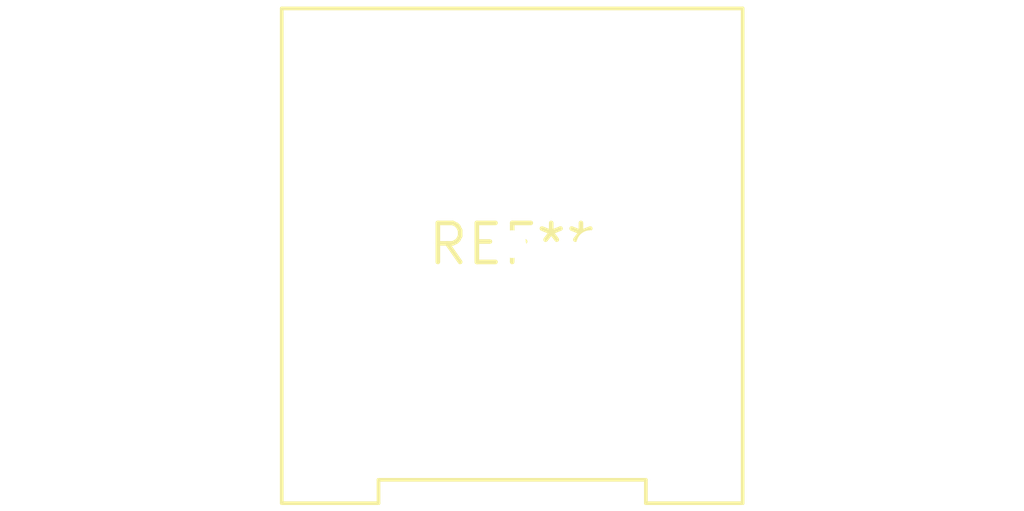
<source format=kicad_pcb>
(kicad_pcb (version 20240108) (generator pcbnew)
  (layers (0 "F.Cu" signal) (31 "B.Cu" signal) (34 "B.Paste" user) (35 "F.Paste" user) (36 "B.SilkS" user "B.Silkscreen") (37 "F.SilkS" user "F.Silkscreen") (38 "B.Mask" user) (39 "F.Mask" user) (44 "Edge.Cuts" user))
  (net 0 "")
  (footprint "BNC_Amphenol_031-5539_Vertical" (layer "F.Cu") (at 0 0)
    (property "Reference" "REF**")
    (property "Value" "BNC_Amphenol_031-5539_Vertical")
    (fp_line (start -7.5 -7.67) (end 7.5 -7.67) (layer "F.SilkS") (stroke (width 0.12)))
    (fp_line (start -7.5 8.43) (end -7.5 -7.67) (layer "F.SilkS") (stroke (width 0.12)))
    (fp_line (start -4.35 7.67) (end -4.35 8.43) (layer "F.SilkS") (stroke (width 0.12)))
    (fp_line (start -4.35 8.43) (end -7.5 8.43) (layer "F.SilkS") (stroke (width 0.12)))
    (fp_line (start 4.35 7.67) (end -4.35 7.67) (layer "F.SilkS") (stroke (width 0.12)))
    (fp_line (start 4.35 8.43) (end 4.35 7.67) (layer "F.SilkS") (stroke (width 0.12)))
    (fp_line (start 7.5 -7.67) (end 7.5 8.43) (layer "F.SilkS") (stroke (width 0.12)))
    (fp_line (start 7.5 8.43) (end 4.35 8.43) (layer "F.SilkS") (stroke (width 0.12)))
    (pad "" thru_hole circle (at -5.08 5.08 180) (size 4 4) (drill 2) (layers *.Cu *.Mask) (remove_unused_layers))
    (pad "" thru_hole circle (at 5.08 -5.08 180) (size 4 4) (drill 2) (layers *.Cu *.Mask) (remove_unused_layers))
    (pad "1" thru_hole roundrect (at 0 0 180) (size 1.6 1.6) (drill 0.9) (layers *.Cu *.Mask) (remove_unused_layers))
    (pad "2" thru_hole circle (at 2.54 0 180) (size 1.6 1.6) (drill 0.9) (layers *.Cu *.Mask) (remove_unused_layers))
  )
)
</source>
